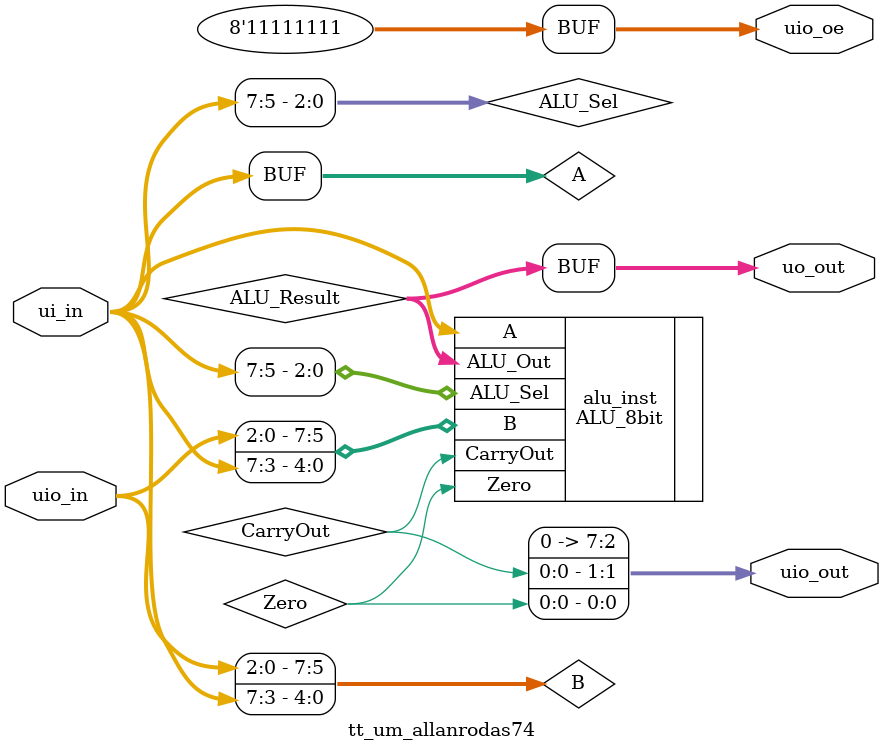
<source format=v>

module tt_um_allanrodas74 (
    input [7:0] ui_in,
    input [2:0] uio_in,
    output [7:0] uo_out,
    output [7:0] uio_out,
    output [7:0] uio_oe
);
    // Entradas A y B
    wire [7:0] A = ui_in;
    wire [7:0] B = {uio_in[2:0], ui_in[7:3]};
    
    // Selector de operación ALU
    wire [2:0] ALU_Sel = ui_in[7:5];
    
    wire [7:0] ALU_Result;
    wire Zero, CarryOut;

    // Instancia de la ALU
    ALU_8bit alu_inst (
        .A(A),
        .B(B),
        .ALU_Sel(ALU_Sel),
        .ALU_Out(ALU_Result),
        .Zero(Zero),
        .CarryOut(CarryOut)
    );

    // Asignación de salidas:
    assign uo_out = ALU_Result;  // Resultado en LEDs principales
    assign uio_out = {6'b0, CarryOut, Zero}; // Banderas en salidas adicionales
    
    // Configurar todas las E/S adicionales como salidas
    assign uio_oe = 8'b11111111;

endmodule


</source>
